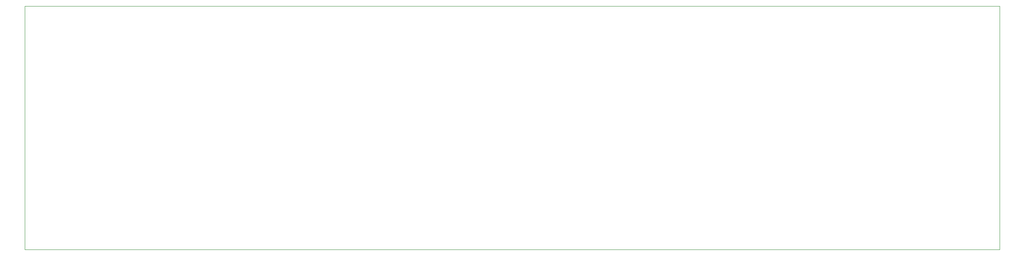
<source format=gm1>
%TF.GenerationSoftware,KiCad,Pcbnew,(5.0.0-rc2-83-gda392728d)*%
%TF.CreationDate,2018-06-05T23:32:54-04:00*%
%TF.ProjectId,I&O_Epander,49264F5F4570616E6465722E6B696361,1.0.2*%
%TF.SameCoordinates,Original*%
%TF.FileFunction,Profile,NP*%
%FSLAX46Y46*%
G04 Gerber Fmt 4.6, Leading zero omitted, Abs format (unit mm)*
G04 Created by KiCad (PCBNEW (5.0.0-rc2-83-gda392728d)) date 06/05/18 23:32:54*
%MOMM*%
%LPD*%
G01*
G04 APERTURE LIST*
%ADD10C,0.100000*%
G04 APERTURE END LIST*
D10*
X241300000Y-88900000D02*
X38100000Y-88900000D01*
X241300000Y-139700000D02*
X241300000Y-88900000D01*
X38100000Y-139700000D02*
X241300000Y-139700000D01*
X38100000Y-88900000D02*
X38100000Y-139700000D01*
M02*

</source>
